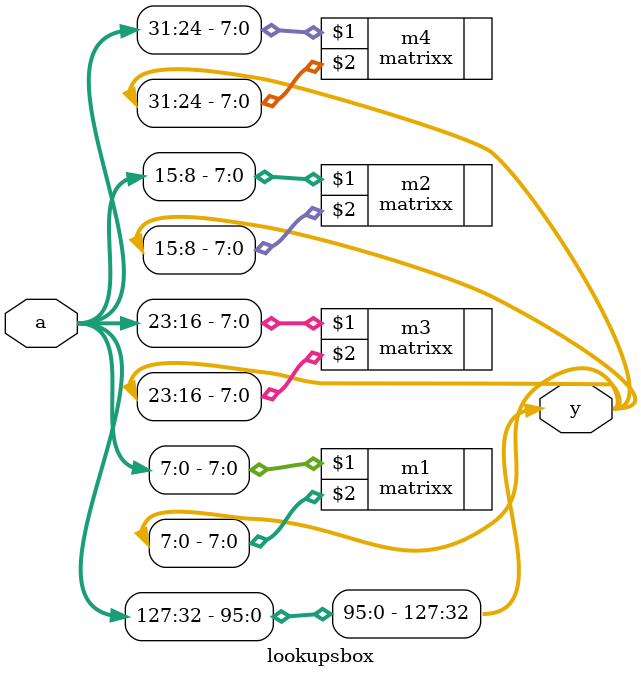
<source format=v>
`timescale 1ns / 1ps
module lookupsbox(
            input [127:0] a,
            output [127:0] y
            );
			//assign a = {8'h54,8'h68,8'h61,8'h74,8'h73,8'h20,8'h6D,8'h79,8'h20,8'h4B,8'h75,8'h6E,8'h67,8'h20,8'h46,8'h75};
        //initial begin
		  //a = {8'h54,8'h68,8'h61,8'h74,8'h73,8'h20,8'h6D,8'h79,8'h20,8'h4B,8'h75,8'h6E,8'h67,8'h20,8'h46,8'h75};
                                     
   
        //end												 // FOR SUBSTITUITING EVERY ELEMENT OF THE KEY_IN WITH THE VALUE OF SBOX...
        matrixx m1(a[7:0],y[7:0]);
        matrixx m2(a[15:8],y[15:8]);
        matrixx m3(a[23:16],y[23:16]);
        matrixx m4(a[31:24],y[31:24]);
		  assign y[127:32] = a[127:32];
        /*matrixx m5(a[39:32],y[39:32]);
        matrixx m6(a[47:40],y[47:40]);
        matrixx m7(a[55:48],y[55:48]);
        matrixx m8(a[63:56],y[63:56]);
        matrixx m9(a[71:64],y[71:64]);
        matrixx m10(a[79:72],y[79:72]);
        matrixx m11(a[87:80],y[87:80]);
        matrixx m12(a[95:88],y[95:88]);
        matrixx m13(a[103:96],y[103:96]);
        matrixx m14(a[111:104],y[111:104]);
        matrixx m15(a[119:112],y[119:112]);
        matrixx m16(a[127:120],y[127:120]);*/
		  /*initial begin
        $display("%h",y);
	#5 $finish;
     end*/
        endmodule

</source>
